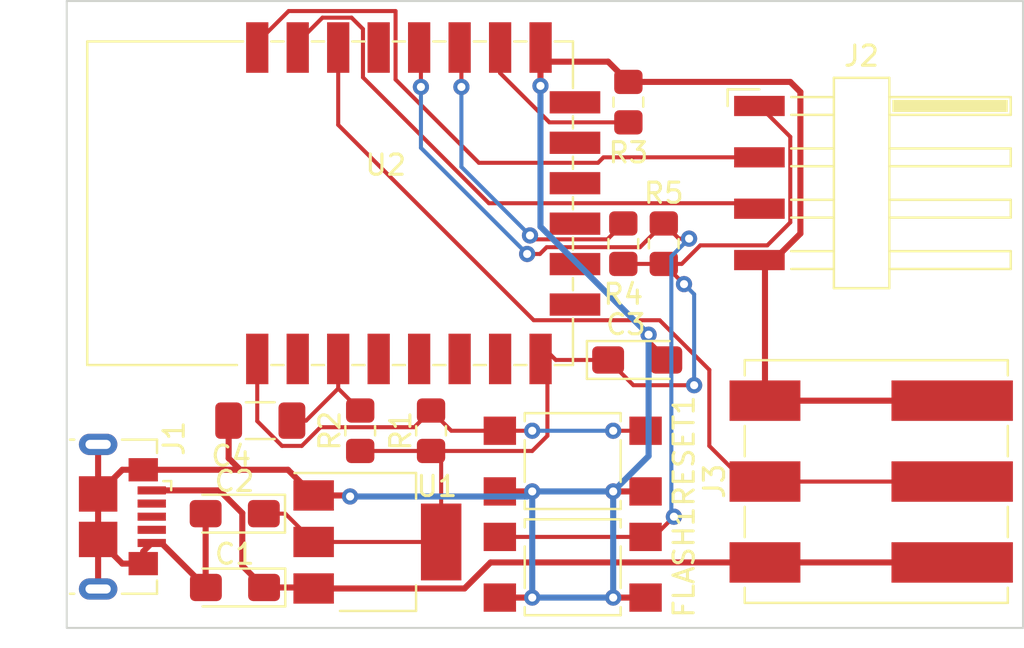
<source format=kicad_pcb>
(kicad_pcb (version 20211014) (generator pcbnew)
  (layers (0 "F.Cu" signal) (31 "B.Cu" signal) (34 "B.Paste" user) (35 "F.Paste" user) (36 "B.SilkS" user "B.Silkscreen") (37 "F.SilkS" user "F.Silkscreen") (38 "B.Mask" user) (39 "F.Mask" user) (44 "Edge.Cuts" user))
  (net 0 "")
  (net 1 "+5V")
  (net 2 "GND")
  (net 3 "+3V3")
  (net 7 "TX")
  (net 8 "RX")
  (net 9 "SIG")
  (net 10 "EN")
  (net 11 "RESET")
  (net 12 "GPIO15")
  (net 13 "GPIO2")
  (net 26 "GPIO0")
  (footprint "Capacitor_Tantalum_SMD:CP_EIA-3216-18_Kemet-A_Pad1.58x1.35mm_HandSolder" (layer "F.Cu") (at 181.8 98.6 180)
    (fp_text reference "C2" (at 0.0125 1.6) (layer "F.SilkS"))
    (fp_text value "10 uf")
    (fp_line (start 1.6 -0.935) (end -2.485 -0.935) (layer "F.SilkS") (width 0.12))
    (fp_line (start -2.485 -0.935) (end -2.485 0.935) (layer "F.SilkS") (width 0.12))
    (fp_line (start -2.485 0.935) (end 1.6 0.935) (layer "F.SilkS") (width 0.12))
    (pad "1" smd roundrect locked (at -1.4375 0 180) (size 1.575 1.35) (layers "F.Cu" "F.Paste" "F.Mask") (roundrect_rratio 0.1851851852) (net 3 "+3V3"))
    (pad "2" smd roundrect locked (at 1.4375 0 180) (size 1.575 1.35) (layers "F.Cu" "F.Paste" "F.Mask") (roundrect_rratio 0.1851851852) (net 2 "GND"))
  )
  (footprint "Button_Switch_SMD:SW_SPST_TL3305A" (layer "F.Cu") (at 198.5 101.25 180)
    (fp_text reference "FLASH1" (at -5.5 0.25 90) (layer "F.SilkS"))
    (fp_text value "SW_Push")
    (fp_line (start -2.37 1.03) (end -2.37 -1.03) (layer "F.SilkS") (width 0.12))
    (fp_line (start 2.37 2.37) (end 2.37 1.97) (layer "F.SilkS") (width 0.12))
    (fp_line (start -2.37 2.37) (end -2.37 1.97) (layer "F.SilkS") (width 0.12))
    (fp_line (start -2.37 -2.37) (end 2.37 -2.37) (layer "F.SilkS") (width 0.12))
    (fp_line (start -2.37 2.37) (end 2.37 2.37) (layer "F.SilkS") (width 0.12))
    (fp_line (start -2.37 -2.37) (end -2.37 -1.97) (layer "F.SilkS") (width 0.12))
    (fp_line (start 2.37 1.03) (end 2.37 -1.03) (layer "F.SilkS") (width 0.12))
    (fp_line (start 2.37 -2.37) (end 2.37 -1.97) (layer "F.SilkS") (width 0.12))
    (pad "1" smd rect locked (at -3.6 -1.5 180) (size 1.6 1.4) (layers "F.Cu" "F.Paste" "F.Mask") (net 2 "GND"))
    (pad "1" smd rect locked (at 3.6 -1.5 180) (size 1.6 1.4) (layers "F.Cu" "F.Paste" "F.Mask") (net 2 "GND"))
    (pad "2" smd rect locked (at -3.6 1.5 180) (size 1.6 1.4) (layers "F.Cu" "F.Paste" "F.Mask") (net 26 "GPIO0"))
    (pad "2" smd rect locked (at 3.6 1.5 180) (size 1.6 1.4) (layers "F.Cu" "F.Paste" "F.Mask") (net 26 "GPIO0"))
  )
  (footprint "Capacitor_Tantalum_SMD:CP_EIA-3216-18_Kemet-A_Pad1.58x1.35mm_HandSolder" (layer "F.Cu") (at 201.6875 91)
    (fp_text reference "C3" (at -0.5625 -1.75) (layer "F.SilkS"))
    (fp_text value "10 uf")
    (fp_line (start -2.485 0.935) (end 1.6 0.935) (layer "F.SilkS") (width 0.12))
    (fp_line (start 1.6 -0.935) (end -2.485 -0.935) (layer "F.SilkS") (width 0.12))
    (fp_line (start -2.485 -0.935) (end -2.485 0.935) (layer "F.SilkS") (width 0.12))
    (pad "1" smd roundrect locked (at -1.4375 0) (size 1.575 1.35) (layers "F.Cu" "F.Paste" "F.Mask") (roundrect_rratio 0.1851851852) (net 3 "+3V3"))
    (pad "2" smd roundrect locked (at 1.4375 0) (size 1.575 1.35) (layers "F.Cu" "F.Paste" "F.Mask") (roundrect_rratio 0.1851851852) (net 2 "GND"))
  )
  (footprint "Resistor_SMD:R_0805_2012Metric_Pad1.20x1.40mm_HandSolder" (layer "F.Cu") (at 191.5 94.5 90)
    (fp_text reference "R1" (at 0 -1.5 90) (layer "F.SilkS"))
    (fp_text value "12K")
    (fp_line (start -0.227064 0.735) (end 0.227064 0.735) (layer "F.SilkS") (width 0.12))
    (fp_line (start -0.227064 -0.735) (end 0.227064 -0.735) (layer "F.SilkS") (width 0.12))
    (pad "1" smd roundrect locked (at -1 0 90) (size 1.2 1.4) (layers "F.Cu" "F.Paste" "F.Mask") (roundrect_rratio 0.2083333333) (net 3 "+3V3"))
    (pad "2" smd roundrect locked (at 1 0 90) (size 1.2 1.4) (layers "F.Cu" "F.Paste" "F.Mask") (roundrect_rratio 0.2083333333) (net 11 "RESET"))
  )
  (footprint "Capacitor_SMD:C_1206_3216Metric_Pad1.33x1.80mm_HandSolder" (layer "F.Cu") (at 183.0625 94)
    (fp_text reference "C4" (at -1.4375 1.75) (layer "F.SilkS"))
    (fp_text value "100nf")
    (fp_line (start -0.711252 -0.91) (end 0.711252 -0.91) (layer "F.SilkS") (width 0.12))
    (fp_line (start -0.711252 0.91) (end 0.711252 0.91) (layer "F.SilkS") (width 0.12))
    (pad "1" smd roundrect locked (at -1.5625 0) (size 1.325 1.8) (layers "F.Cu" "F.Paste" "F.Mask") (roundrect_rratio 0.1886792453) (net 2 "GND"))
    (pad "2" smd roundrect locked (at 1.5625 0) (size 1.325 1.8) (layers "F.Cu" "F.Paste" "F.Mask") (roundrect_rratio 0.1886792453) (net 10 "EN"))
  )
  (footprint "Library:2060-453_998-404 3 POS" (layer "F.Cu") (at 212.25 105.0125 180)
    (fp_text reference "J3" (at 6.75 8.0125 90 unlocked) (layer "F.SilkS"))
    (fp_text value "RGB_Conn")
    (fp_line (start -7.75 14) (end 5.25 14) (layer "F.SilkS") (width 0.12))
    (fp_line (start 5.25 2) (end -7.75 2) (layer "F.SilkS") (width 0.12))
    (fp_line (start 5.25 10.75) (end 5.25 9.25) (layer "F.SilkS") (width 0.12))
    (fp_line (start -7.75 13.25) (end -7.75 14) (layer "F.SilkS") (width 0.12))
    (fp_line (start -7.75 9.25) (end -7.75 10.75) (layer "F.SilkS") (width 0.12))
    (fp_line (start -7.75 5.25) (end -7.75 6.75) (layer "F.SilkS") (width 0.12))
    (fp_line (start 5.25 2.75) (end 5.25 2) (layer "F.SilkS") (width 0.12))
    (fp_line (start -7.75 2) (end -7.75 2.75) (layer "F.SilkS") (width 0.12))
    (fp_line (start 5.25 14) (end 5.25 13.25) (layer "F.SilkS") (width 0.12))
    (fp_line (start 5.25 6.75) (end 5.25 5.25) (layer "F.SilkS") (width 0.12))
    (pad "1" smd rect (at -5 4 180) (size 6 2) (layers "F.Cu" "F.Paste" "F.Mask") (net 1 "+5V"))
    (pad "1" smd rect (at 4.25 4 180) (size 3.5 2) (layers "F.Cu" "F.Paste" "F.Mask") (net 1 "+5V"))
    (pad "2" smd rect (at -5 8 180) (size 6 2) (layers "F.Cu" "F.Paste" "F.Mask") (net 9 "SIG"))
    (pad "2" smd rect (at 4.25 8 180) (size 3.5 2) (layers "F.Cu" "F.Paste" "F.Mask") (net 9 "SIG"))
    (pad "3" smd rect (at 4.25 12 180) (size 3.5 2) (layers "F.Cu" "F.Paste" "F.Mask") (net 2 "GND"))
    (pad "3" smd rect (at -5 12 180) (size 6 2) (layers "F.Cu" "F.Paste" "F.Mask") (net 2 "GND"))
  )
  (footprint "Capacitor_Tantalum_SMD:CP_EIA-3216-18_Kemet-A_Pad1.58x1.35mm_HandSolder" (layer "F.Cu") (at 181.8125 102.25 180)
    (fp_text reference "C1" (at 0.0125 1.65) (layer "F.SilkS"))
    (fp_text value "10 uf 25 v")
    (fp_line (start 1.6 -0.935) (end -2.485 -0.935) (layer "F.SilkS") (width 0.12))
    (fp_line (start -2.485 -0.935) (end -2.485 0.935) (layer "F.SilkS") (width 0.12))
    (fp_line (start -2.485 0.935) (end 1.6 0.935) (layer "F.SilkS") (width 0.12))
    (pad "1" smd roundrect locked (at -1.4375 0 180) (size 1.575 1.35) (layers "F.Cu" "F.Paste" "F.Mask") (roundrect_rratio 0.1851851852) (net 1 "+5V"))
    (pad "2" smd roundrect locked (at 1.4375 0 180) (size 1.575 1.35) (layers "F.Cu" "F.Paste" "F.Mask") (roundrect_rratio 0.1851851852) (net 2 "GND"))
  )
  (footprint "Connector_Harwin:Harwin_M20-89004xx_1x04_P2.54mm_Horizontal" (layer "F.Cu") (at 213.25 82.25)
    (fp_text reference "J2" (at -0.48 -6.28) (layer "F.SilkS"))
    (fp_text value "Serial_Conn")
    (fp_line (start -3.955 -1.71) (end -1.845 -1.71) (layer "F.SilkS") (width 0.12))
    (fp_line (start 6.895 3.37) (end 6.895 4.25) (layer "F.SilkS") (width 0.12))
    (fp_line (start 0.895 -5.2) (end 0.895 5.2) (layer "F.SilkS") (width 0.12))
    (fp_line (start -1.845 5.2) (end -1.845 -5.2) (layer "F.SilkS") (width 0.12))
    (fp_line (start 0.895 -1.71) (end 6.895 -1.71) (layer "F.SilkS") (width 0.12))
    (fp_line (start 6.895 4.25) (end 0.895 4.25) (layer "F.SilkS") (width 0.12))
    (fp_line (start -3.955 3.37) (end -1.845 3.37) (layer "F.SilkS") (width 0.12))
    (fp_line (start -3.955 4.25) (end -1.845 4.25) (layer "F.SilkS") (width 0.12))
    (fp_line (start 6.895 1.71) (end 0.895 1.71) (layer "F.SilkS") (width 0.12))
    (fp_line (start -7.095 -3.81) (end -7.095 -4.63) (layer "F.SilkS") (width 0.12))
    (fp_line (start -1.845 -5.2) (end 0.895 -5.2) (layer "F.SilkS") (width 0.12))
    (fp_line (start 0.895 5.2) (end -1.845 5.2) (layer "F.SilkS") (width 0.12))
    (fp_line (start -7.095 -4.63) (end -5.525 -4.63) (layer "F.SilkS") (width 0.12))
    (fp_line (start -3.955 -4.25) (end -1.845 -4.25) (layer "F.SilkS") (width 0.12))
    (fp_line (start 0.895 0.83) (end 6.895 0.83) (layer "F.SilkS") (width 0.12))
    (fp_line (start -3.955 -3.37) (end -1.845 -3.37) (layer "F.SilkS") (width 0.12))
    (fp_line (start 0.895 -4.25) (end 6.895 -4.25) (layer "F.SilkS") (width 0.12))
    (fp_line (start 6.895 -4.25) (end 6.895 -3.37) (layer "F.SilkS") (width 0.12))
    (fp_line (start 6.895 -3.37) (end 0.895 -3.37) (layer "F.SilkS") (width 0.12))
    (fp_line (start 6.895 0.83) (end 6.895 1.71) (layer "F.SilkS") (width 0.12))
    (fp_line (start -3.955 -0.83) (end -1.845 -0.83) (layer "F.SilkS") (width 0.12))
    (fp_line (start -3.955 0.83) (end -1.845 0.83) (layer "F.SilkS") (width 0.12))
    (fp_line (start -3.955 1.71) (end -1.845 1.71) (layer "F.SilkS") (width 0.12))
    (fp_line (start 6.895 -0.83) (end 0.895 -0.83) (layer "F.SilkS") (width 0.12))
    (fp_line (start 6.895 -1.71) (end 6.895 -0.83) (layer "F.SilkS") (width 0.12))
    (fp_line (start 0.895 3.37) (end 6.895 3.37) (layer "F.SilkS") (width 0.12))
    (pad "" smd rect (at 3.895 -3.81) (size 5.7 0.6) (layers "F.SilkS"))
    (pad "1" smd rect (at -5.525 -3.81) (size 2.5 1) (layers "F.Cu" "F.Paste" "F.Mask") (net 3 "+3V3"))
    (pad "2" smd rect (at -5.525 -1.27) (size 2.5 1) (layers "F.Cu" "F.Paste" "F.Mask") (net 7 "TX"))
    (pad "3" smd rect (at -5.525 1.27) (size 2.5 1) (layers "F.Cu" "F.Paste" "F.Mask") (net 8 "RX"))
    (pad "4" smd rect (at -5.525 3.81) (size 2.5 1) (layers "F.Cu" "F.Paste" "F.Mask") (net 2 "GND"))
  )
  (footprint "Button_Switch_SMD:SW_SPST_TL3305A" (layer "F.Cu") (at 198.5 96 180)
    (fp_text reference "RESET1" (at -5.5 0.5 90) (layer "F.SilkS"))
    (fp_text value "SW_Push")
    (fp_line (start -2.37 1.03) (end -2.37 -1.03) (layer "F.SilkS") (width 0.12))
    (fp_line (start -2.37 -2.37) (end -2.37 -1.97) (layer "F.SilkS") (width 0.12))
    (fp_line (start -2.37 2.37) (end -2.37 1.97) (layer "F.SilkS") (width 0.12))
    (fp_line (start 2.37 1.03) (end 2.37 -1.03) (layer "F.SilkS") (width 0.12))
    (fp_line (start 2.37 2.37) (end 2.37 1.97) (layer "F.SilkS") (width 0.12))
    (fp_line (start 2.37 -2.37) (end 2.37 -1.97) (layer "F.SilkS") (width 0.12))
    (fp_line (start -2.37 2.37) (end 2.37 2.37) (layer "F.SilkS") (width 0.12))
    (fp_line (start -2.37 -2.37) (end 2.37 -2.37) (layer "F.SilkS") (width 0.12))
    (pad "1" smd rect locked (at 3.6 -1.5 180) (size 1.6 1.4) (layers "F.Cu" "F.Paste" "F.Mask") (net 2 "GND"))
    (pad "1" smd rect locked (at -3.6 -1.5 180) (size 1.6 1.4) (layers "F.Cu" "F.Paste" "F.Mask") (net 2 "GND"))
    (pad "2" smd rect locked (at -3.6 1.5 180) (size 1.6 1.4) (layers "F.Cu" "F.Paste" "F.Mask") (net 11 "RESET"))
    (pad "2" smd rect locked (at 3.6 1.5 180) (size 1.6 1.4) (layers "F.Cu" "F.Paste" "F.Mask") (net 11 "RESET"))
  )
  (footprint "Resistor_SMD:R_0805_2012Metric_Pad1.20x1.40mm_HandSolder" (layer "F.Cu") (at 203 85.25 -90)
    (fp_text reference "R5" (at -2.5 0 180) (layer "F.SilkS"))
    (fp_text value "12K")
    (fp_line (start -0.227064 0.735) (end 0.227064 0.735) (layer "F.SilkS") (width 0.12))
    (fp_line (start -0.227064 -0.735) (end 0.227064 -0.735) (layer "F.SilkS") (width 0.12))
    (pad "1" smd roundrect locked (at -1 0 270) (size 1.2 1.4) (layers "F.Cu" "F.Paste" "F.Mask") (roundrect_rratio 0.2083333333) (net 26 "GPIO0"))
    (pad "2" smd roundrect locked (at 1 0 270) (size 1.2 1.4) (layers "F.Cu" "F.Paste" "F.Mask") (roundrect_rratio 0.2083333333) (net 3 "+3V3"))
  )
  (footprint "Resistor_SMD:R_0805_2012Metric_Pad1.20x1.40mm_HandSolder" (layer "F.Cu") (at 201 85.25 -90)
    (fp_text reference "R4" (at 2.5 0 180) (layer "F.SilkS"))
    (fp_text value "12K")
    (fp_line (start -0.227064 0.735) (end 0.227064 0.735) (layer "F.SilkS") (width 0.12))
    (fp_line (start -0.227064 -0.735) (end 0.227064 -0.735) (layer "F.SilkS") (width 0.12))
    (pad "1" smd roundrect locked (at -1 0 270) (size 1.2 1.4) (layers "F.Cu" "F.Paste" "F.Mask") (roundrect_rratio 0.2083333333) (net 13 "GPIO2"))
    (pad "2" smd roundrect locked (at 1 0 270) (size 1.2 1.4) (layers "F.Cu" "F.Paste" "F.Mask") (roundrect_rratio 0.2083333333) (net 3 "+3V3"))
  )
  (footprint "Resistor_SMD:R_0805_2012Metric_Pad1.20x1.40mm_HandSolder" (layer "F.Cu") (at 201.25 78.25 90)
    (fp_text reference "R3" (at -2.5 0 180) (layer "F.SilkS"))
    (fp_text value "10K")
    (fp_line (start -0.227064 -0.735) (end 0.227064 -0.735) (layer "F.SilkS") (width 0.12))
    (fp_line (start -0.227064 0.735) (end 0.227064 0.735) (layer "F.SilkS") (width 0.12))
    (pad "1" smd roundrect locked (at -1 0 90) (size 1.2 1.4) (layers "F.Cu" "F.Paste" "F.Mask") (roundrect_rratio 0.2083333333) (net 12 "GPIO15"))
    (pad "2" smd roundrect locked (at 1 0 90) (size 1.2 1.4) (layers "F.Cu" "F.Paste" "F.Mask") (roundrect_rratio 0.2083333333) (net 2 "GND"))
  )
  (footprint "ESP8266:ESP-12E_SMD" (layer "F.Cu") (at 182.9125 90.25 90)
    (fp_text reference "U2" (at 8.89 6.35) (layer "F.SilkS"))
    (fp_text value "ESP-12F" hide)
    (fp_line (start 15 1.3) (end 15 0.7) (layer "F.SilkS") (width 0.12))
    (fp_line (start 15 15.6) (end 15 14.7) (layer "F.SilkS") (width 0.12))
    (fp_line (start 8.7 15.6) (end 9.3 15.6) (layer "F.SilkS") (width 0.12))
    (fp_line (start 15 -8.4) (end -1 -8.4) (layer "F.SilkS") (width 0.12))
    (fp_line (start 15 5.3) (end 15 4.7) (layer "F.SilkS") (width 0.12))
    (fp_line (start -1 4.7) (end -1 5.3) (layer "F.SilkS") (width 0.12))
    (fp_line (start 2.7 15.6) (end 3.3 15.6) (layer "F.SilkS") (width 0.12))
    (fp_line (start 15 -0.7) (end 15 -8.4) (layer "F.SilkS") (width 0.12))
    (fp_line (start -1 10.7) (end -1 11.3) (layer "F.SilkS") (width 0.12))
    (fp_line (start -1 0.7) (end -1 1.3) (layer "F.SilkS") (width 0.12))
    (fp_line (start 15 13.3) (end 15 12.7) (layer "F.SilkS") (width 0.12))
    (fp_line (start -1 12.7) (end -1 13.3) (layer "F.SilkS") (width 0.12))
    (fp_line (start 15 3.3) (end 15 2.7) (layer "F.SilkS") (width 0.12))
    (fp_line (start 12.7 15.6) (end 15 15.6) (layer "F.SilkS") (width 0.12))
    (fp_line (start -1 15.6) (end -1 14.7) (layer "F.SilkS") (width 0.12))
    (fp_line (start 15 11.3) (end 15 10.7) (layer "F.SilkS") (width 0.12))
    (fp_line (start 15 9.3) (end 15 8.7) (layer "F.SilkS") (width 0.12))
    (fp_line (start -1 8.7) (end -1 9.3) (layer "F.SilkS") (width 0.12))
    (fp_line (start 10.7 15.6) (end 11.3 15.6) (layer "F.SilkS") (width 0.12))
    (fp_line (start -1 -8.4) (end -1 -1) (layer "F.SilkS") (width 0.12))
    (fp_line (start 15 7.3) (end 15 6.7) (layer "F.SilkS") (width 0.12))
    (fp_line (start 6.7 15.6) (end 7.3 15.6) (layer "F.SilkS") (width 0.12))
    (fp_line (start 4.7 15.6) (end 5.3 15.6) (layer "F.SilkS") (width 0.12))
    (fp_line (start -1 2.7) (end -1 3.3) (layer "F.SilkS") (width 0.12))
    (fp_line (start 1.3 15.6) (end -1 15.6) (layer "F.SilkS") (width 0.12))
    (fp_line (start -1 6.7) (end -1 7.3) (layer "F.SilkS") (width 0.12))
    (pad "1" smd rect (at 0 0 90) (size 2.5 1.1) (drill (offset -0.7 0)) (layers "F.Cu" "F.Paste" "F.Mask") (net 11 "RESET"))
    (pad "2" smd rect (at 0 2 90) (size 2.5 1.1) (drill (offset -0.7 0)) (layers "F.Cu" "F.Paste" "F.Mask"))
    (pad "3" smd rect (at 0 4 90) (size 2.5 1.1) (drill (offset -0.7 0)) (layers "F.Cu" "F.Paste" "F.Mask") (net 10 "EN"))
    (pad "4" smd rect (at 0 6 90) (size 2.5 1.1) (drill (offset -0.7 0)) (layers "F.Cu" "F.Paste" "F.Mask"))
    (pad "5" smd rect (at 0 8 90) (size 2.5 1.1) (drill (offset -0.7 0)) (layers "F.Cu" "F.Paste" "F.Mask"))
    (pad "6" smd rect (at 0 10 90) (size 2.5 1.1) (drill (offset -0.7 0)) (layers "F.Cu" "F.Paste" "F.Mask"))
    (pad "7" smd rect (at 0 12 90) (size 2.5 1.1) (drill (offset -0.7 0)) (layers "F.Cu" "F.Paste" "F.Mask"))
    (pad "8" smd rect (at 0 14 90) (size 2.5 1.1) (drill (offset -0.7 0)) (layers "F.Cu" "F.Paste" "F.Mask") (net 3 "+3V3"))
    (pad "9" smd rect (at 14 14 90) (size 2.5 1.1) (drill (offset 0.7 0)) (layers "F.Cu" "F.Paste" "F.Mask") (net 2 "GND"))
    (pad "10" smd rect (at 14 12 90) (size 2.5 1.1) (drill (offset 0.7 0)) (layers "F.Cu" "F.Paste" "F.Mask") (net 12 "GPIO15"))
    (pad "11" smd rect (at 14 10 90) (size 2.5 1.1) (drill (offset 0.7 0)) (layers "F.Cu" "F.Paste" "F.Mask") (net 13 "GPIO2"))
    (pad "12" smd rect (at 14 8 90) (size 2.5 1.1) (drill (offset 0.7 0)) (layers "F.Cu" "F.Paste" "F.Mask") (net 26 "GPIO0"))
    (pad "13" smd rect (at 14 6 90) (size 2.5 1.1) (drill (offset 0.7 0)) (layers "F.Cu" "F.Paste" "F.Mask"))
    (pad "14" smd rect (at 14 4 90) (size 2.5 1.1) (drill (offset 0.7 0)) (layers "F.Cu" "F.Paste" "F.Mask") (net 9 "SIG"))
    (pad "15" smd rect (at 14 2 90) (size 2.5 1.1) (drill (offset 0.7 0)) (layers "F.Cu" "F.Paste" "F.Mask") (net 8 "RX"))
    (pad "16" smd rect (at 14 0 90) (size 2.5 1.1) (drill (offset 0.7 0)) (layers "F.Cu" "F.Paste" "F.Mask") (net 7 "TX"))
    (pad "17" smd rect (at 1.99 15 180) (size 2.5 1.1) (drill (offset -0.7 0)) (layers "F.Cu" "F.Paste" "F.Mask"))
    (pad "18" smd rect (at 3.99 15 180) (size 2.5 1.1) (drill (offset -0.7 0)) (layers "F.Cu" "F.Paste" "F.Mask"))
    (pad "19" smd rect (at 5.99 15 180) (size 2.5 1.1) (drill (offset -0.7 0)) (layers "F.Cu" "F.Paste" "F.Mask"))
    (pad "20" smd rect (at 7.99 15 180) (size 2.5 1.1) (drill (offset -0.7 0)) (layers "F.Cu" "F.Paste" "F.Mask"))
    (pad "21" smd rect (at 9.99 15 180) (size 2.5 1.1) (drill (offset -0.7 0)) (layers "F.Cu" "F.Paste" "F.Mask"))
    (pad "22" smd rect (at 11.99 15 180) (size 2.5 1.1) (drill (offset -0.7 0)) (layers "F.Cu" "F.Paste" "F.Mask"))
  )
  (footprint "Connector_USB:USB_Micro-B_GCT_USB3076-30-A" (layer "F.Cu") (at 176.25 98.75 -90)
    (fp_text reference "J1" (at -3.875 -2.55 90) (layer "F.SilkS"))
    (fp_text value "USB_Power")
    (fp_line (start 3.81 0.02) (end 3.81 -1.71) (layer "F.SilkS") (width 0.12))
    (fp_line (start -1.76 -2.41) (end -1.76 -2.02) (layer "F.SilkS") (width 0.12))
    (fp_line (start 3.81 2.59) (end 3.81 2.38) (layer "F.SilkS") (width 0.12))
    (fp_line (start 3.81 -1.71) (end 3.16 -1.71) (layer "F.SilkS") (width 0.12))
    (fp_line (start -3.81 0.02) (end -3.81 -1.71) (layer "F.SilkS") (width 0.12))
    (fp_line (start -1.76 -2.41) (end -1.31 -2.41) (layer "F.SilkS") (width 0.12))
    (fp_line (start -3.81 2.59) (end -3.81 2.38) (layer "F.SilkS") (width 0.12))
    (fp_line (start -3.81 -1.71) (end -3.15 -1.71) (layer "F.SilkS") (width 0.12))
    (pad "1" smd rect locked (at -1.3 -1.45 270) (size 0.4 1.4) (layers "F.Cu" "F.Paste" "F.Mask") (net 1 "+5V"))
    (pad "2" smd rect locked (at -0.65 -1.45 270) (size 0.4 1.4) (layers "F.Cu" "F.Paste" "F.Mask"))
    (pad "3" smd rect locked (at 0 -1.45 270) (size 0.4 1.4) (layers "F.Cu" "F.Paste" "F.Mask"))
    (pad "4" smd rect locked (at 0.65 -1.45 270) (size 0.4 1.4) (layers "F.Cu" "F.Paste" "F.Mask"))
    (pad "5" smd rect locked (at 1.3 -1.45 270) (size 0.4 1.4) (layers "F.Cu" "F.Paste" "F.Mask") (net 2 "GND"))
    (pad "6" smd rect locked (at -1.125 1.2 270) (size 1.75 1.9) (layers "F.Cu" "F.Paste" "F.Mask") (net 2 "GND"))
    (pad "6" smd rect locked (at 2.32 -1.03 270) (size 1.15 1.45) (layers "F.Cu" "F.Paste" "F.Mask") (net 2 "GND"))
    (pad "6" thru_hole oval locked (at -3.575 1.2 90) (size 1.05 1.9) (drill oval 0.45 1.25) (layers *.Cu *.Mask) (net 2 "GND"))
    (pad "6" smd rect locked (at -2.32 -1.03 270) (size 1.15 1.45) (layers "F.Cu" "F.Paste" "F.Mask") (net 2 "GND"))
    (pad "6" smd rect locked (at 1.125 1.2 270) (size 1.75 1.9) (layers "F.Cu" "F.Paste" "F.Mask") (net 2 "GND"))
    (pad "6" thru_hole oval locked (at 3.575 1.2 270) (size 1.05 1.9) (drill oval 0.45 1.25) (layers *.Cu *.Mask) (net 2 "GND"))
  )
  (footprint "Resistor_SMD:R_0805_2012Metric_Pad1.20x1.40mm_HandSolder" (layer "F.Cu") (at 188 94.5 90)
    (fp_text reference "R2" (at 0 -1.5 90) (layer "F.SilkS"))
    (fp_text value "12K")
    (fp_line (start -0.227064 0.735) (end 0.227064 0.735) (layer "F.SilkS") (width 0.12))
    (fp_line (start -0.227064 -0.735) (end 0.227064 -0.735) (layer "F.SilkS") (width 0.12))
    (pad "1" smd roundrect locked (at -1 0 90) (size 1.2 1.4) (layers "F.Cu" "F.Paste" "F.Mask") (roundrect_rratio 0.2083333333) (net 3 "+3V3"))
    (pad "2" smd roundrect locked (at 1 0 90) (size 1.2 1.4) (layers "F.Cu" "F.Paste" "F.Mask") (roundrect_rratio 0.2083333333) (net 10 "EN"))
  )
  (footprint "Package_TO_SOT_SMD:SOT-223-3_TabPin2" (layer "F.Cu") (at 188.85 100)
    (fp_text reference "U1" (at 2.9375 -2.75) (layer "F.SilkS"))
    (fp_text value "NCP1117-3.3_SOT223")
    (fp_line (start 1.91 3.41) (end 1.91 2.15) (layer "F.SilkS") (width 0.12))
    (fp_line (start -4.1 -3.41) (end 1.91 -3.41) (layer "F.SilkS") (width 0.12))
    (fp_line (start -1.85 3.41) (end 1.91 3.41) (layer "F.SilkS") (width 0.12))
    (fp_line (start 1.91 -3.41) (end 1.91 -2.15) (layer "F.SilkS") (width 0.12))
    (pad "1" smd rect locked (at -3.15 -2.3) (size 2 1.5) (layers "F.Cu" "F.Paste" "F.Mask") (net 2 "GND"))
    (pad "2" smd rect locked (at -3.15 0) (size 2 1.5) (layers "F.Cu" "F.Paste" "F.Mask") (net 3 "+3V3"))
    (pad "2" smd rect locked (at 3.15 0) (size 2 3.8) (layers "F.Cu" "F.Paste" "F.Mask") (net 3 "+3V3"))
    (pad "3" smd rect locked (at -3.15 2.3) (size 2 1.5) (layers "F.Cu" "F.Paste" "F.Mask") (net 1 "+5V"))
  )
  (gr_rect (start 220.75 104.25) (end 173.5 73.25) (layer "Edge.Cuts") (width 0.1) (fill none))
  (segment (start 194.440522 101.0125) (end 208 101.0125) (width 0.3) (layer "F.Cu") (net 1))
  (segment (start 182.17348 98.57348) (end 182.17348 101.17348) (width 0.3) (layer "F.Cu") (net 1))
  (segment (start 185.7 102.3) (end 193.153022 102.3) (width 0.3) (layer "F.Cu") (net 1))
  (segment (start 181.05 97.45) (end 182.17348 98.57348) (width 0.3) (layer "F.Cu") (net 1))
  (segment (start 183.25 102.25) (end 185.65 102.25) (width 0.3) (layer "F.Cu") (net 1))
  (segment (start 193.153022 102.3) (end 194.440522 101.0125) (width 0.3) (layer "F.Cu") (net 1))
  (segment (start 177.7 97.45) (end 181.05 97.45) (width 0.3) (layer "F.Cu") (net 1))
  (segment (start 208 101.0125) (end 217.25 101.0125) (width 0.3) (layer "F.Cu") (net 1))
  (segment (start 182.17348 101.17348) (end 183.25 102.25) (width 0.3) (layer "F.Cu") (net 1))
  (segment (start 185.65 102.25) (end 185.7 102.3) (width 0.3) (layer "F.Cu") (net 1))
  (segment (start 177.28 100.47) (end 177.7 100.05) (width 0.3) (layer "F.Cu") (net 2))
  (segment (start 175.05 97.625) (end 175.05 99.875) (width 0.3) (layer "F.Cu") (net 2))
  (segment (start 177.28 96.43) (end 176.245 96.43) (width 0.3) (layer "F.Cu") (net 2))
  (segment (start 177.28 101.07) (end 177.28 100.47) (width 0.3) (layer "F.Cu") (net 2))
  (segment (start 209.75 84.75) (end 209.75 77.75) (width 0.3) (layer "F.Cu") (net 2))
  (segment (start 200.5 97.5) (end 202.1 97.5) (width 0.3) (layer "F.Cu") (net 2))
  (segment (start 200.25 76.25) (end 201.25 77.25) (width 0.3) (layer "F.Cu") (net 2))
  (segment (start 196.5 102.75) (end 194.9 102.75) (width 0.3) (layer "F.Cu") (net 2))
  (segment (start 177.28 96.43) (end 182.07 96.43) (width 0.3) (layer "F.Cu") (net 2))
  (segment (start 208 86.335) (end 207.725 86.06) (width 0.3) (layer "F.Cu") (net 2))
  (segment (start 181.5 95.86) (end 182.07 96.43) (width 0.3) (layer "F.Cu") (net 2))
  (segment (start 175.05 97.625) (end 175.05 95.175) (width 0.3) (layer "F.Cu") (net 2))
  (segment (start 196.9125 76.25) (end 200.25 76.25) (width 0.3) (layer "F.Cu") (net 2))
  (segment (start 196.906923 76.255577) (end 196.9125 76.25) (width 0.3) (layer "F.Cu") (net 2))
  (segment (start 180.3625 98.6) (end 180.3625 102.2375) (width 0.3) (layer "F.Cu") (net 2))
  (segment (start 208.44 86.06) (end 209.75 84.75) (width 0.3) (layer "F.Cu") (net 2))
  (segment (start 208 93.0125) (end 208 86.335) (width 0.3) (layer "F.Cu") (net 2))
  (segment (start 181.5 94) (end 181.5 95.86) (width 0.3) (layer "F.Cu") (net 2))
  (segment (start 209.25 77.25) (end 201.25 77.25) (width 0.3) (layer "F.Cu") (net 2))
  (segment (start 187.45 97.7) (end 187.5 97.75) (width 0.3) (layer "F.Cu") (net 2))
  (segment (start 196.906923 77.44608) (end 196.906923 76.255577) (width 0.3) (layer "F.Cu") (net 2))
  (segment (start 184.43 96.43) (end 185.7 97.7) (width 0.3) (layer "F.Cu") (net 2))
  (segment (start 176.245 101.07) (end 175.05 99.875) (width 0.3) (layer "F.Cu") (net 2))
  (segment (start 177.7 100.05) (end 178.175 100.05) (width 0.3) (layer "F.Cu") (net 2))
  (segment (start 207.725 86.06) (end 208.44 86.06) (width 0.3) (layer "F.Cu") (net 2))
  (segment (start 202.25 89.75) (end 202.25 90.125) (width 0.3) (layer "F.Cu") (net 2))
  (segment (start 180.3625 102.2375) (end 180.375 102.25) (width 0.3) (layer "F.Cu") (net 2))
  (segment (start 209.75 77.75) (end 209.25 77.25) (width 0.3) (layer "F.Cu") (net 2))
  (segment (start 208 93.0125) (end 217.25 93.0125) (width 0.3) (layer "F.Cu") (net 2))
  (segment (start 202.1 102.75) (end 200.5 102.75) (width 0.3) (layer "F.Cu") (net 2))
  (segment (start 185.7 97.7) (end 187.45 97.7) (width 0.3) (layer "F.Cu") (net 2))
  (segment (start 178.175 100.05) (end 180.375 102.25) (width 0.3) (layer "F.Cu") (net 2))
  (segment (start 202.25 90.125) (end 203.125 91) (width 0.3) (layer "F.Cu") (net 2))
  (segment (start 177.28 101.07) (end 176.245 101.07) (width 0.3) (layer "F.Cu") (net 2))
  (segment (start 194.9 97.5) (end 196.5 97.5) (width 0.3) (layer "F.Cu") (net 2))
  (segment (start 175.05 99.875) (end 175.05 102.325) (width 0.3) (layer "F.Cu") (net 2))
  (segment (start 176.245 96.43) (end 175.05 97.625) (width 0.3) (layer "F.Cu") (net 2))
  (segment (start 182.07 96.43) (end 184.43 96.43) (width 0.3) (layer "F.Cu") (net 2))
  (via (at 202.25 89.75) (size 0.8) (drill 0.4) (layers "F.Cu" "B.Cu") (net 2))
  (via (at 196.5 102.75) (size 0.8) (drill 0.4) (layers "F.Cu" "B.Cu") (net 2))
  (via (at 196.906923 77.44608) (size 0.8) (drill 0.4) (layers "F.Cu" "B.Cu") (net 2))
  (via (at 187.5 97.75) (size 0.8) (drill 0.4) (layers "F.Cu" "B.Cu") (net 2))
  (via (at 200.5 102.75) (size 0.8) (drill 0.4) (layers "F.Cu" "B.Cu") (net 2))
  (via (at 200.5 97.5) (size 0.8) (drill 0.4) (layers "F.Cu" "B.Cu") (net 2))
  (via (at 196.5 97.5) (size 0.8) (drill 0.4) (layers "F.Cu" "B.Cu") (net 2))
  (segment (start 200.5 102.75) (end 200.5 97.5) (width 0.3) (layer "B.Cu") (net 2))
  (segment (start 202.25 89.75) (end 196.906923 84.406923) (width 0.3) (layer "B.Cu") (net 2))
  (segment (start 196.906923 84.406923) (end 196.906923 77.44608) (width 0.3) (layer "B.Cu") (net 2))
  (segment (start 202.25 89.75) (end 202.25 95.75) (width 0.3) (layer "B.Cu") (net 2))
  (segment (start 200.5 102.75) (end 196.5 102.75) (width 0.3) (layer "B.Cu") (net 2))
  (segment (start 202.25 95.75) (end 200.5 97.5) (width 0.3) (layer "B.Cu") (net 2))
  (segment (start 196.25 97.75) (end 196.5 97.5) (width 0.3) (layer "B.Cu") (net 2))
  (segment (start 187.5 97.75) (end 196.25 97.75) (width 0.3) (layer "B.Cu") (net 2))
  (segment (start 196.5 97.5) (end 196.5 102.75) (width 0.3) (layer "B.Cu") (net 2))
  (segment (start 200.5 97.5) (end 196.5 97.5) (width 0.3) (layer "B.Cu") (net 2))
  (segment (start 200.25 91) (end 201.5 92.25) (width 0.2) (layer "F.Cu") (net 3))
  (segment (start 203 86.25) (end 201 86.25) (width 0.2) (layer "F.Cu") (net 3))
  (segment (start 192 96) (end 191.5 95.5) (width 0.2) (layer "F.Cu") (net 3))
  (segment (start 184.3 98.6) (end 185.7 100) (width 0.2) (layer "F.Cu") (net 3))
  (segment (start 201.5 92.25) (end 204.5 92.25) (width 0.2) (layer "F.Cu") (net 3))
  (segment (start 192 100) (end 192 96) (width 0.2) (layer "F.Cu") (net 3))
  (segment (start 197.25 94.75) (end 197.25 90.5875) (width 0.2) (layer "F.Cu") (net 3))
  (segment (start 197.6625 91) (end 196.9125 90.25) (width 0.2) (layer "F.Cu") (net 3))
  (segment (start 207.725 78.44) (end 209.25 79.965) (width 0.2) (layer "F.Cu") (net 3))
  (segment (start 209.25 84.198022) (end 208.114533 85.333489) (width 0.2) (layer "F.Cu") (net 3))
  (segment (start 197.25 90.5875) (end 196.9125 90.25) (width 0.2) (layer "F.Cu") (net 3))
  (segment (start 200.25 91) (end 197.6625 91) (width 0.2) (layer "F.Cu") (net 3))
  (segment (start 203.886021 86.25) (end 203 86.25) (width 0.2) (layer "F.Cu") (net 3))
  (segment (start 209.25 79.965) (end 209.25 84.198022) (width 0.2) (layer "F.Cu") (net 3))
  (segment (start 185.7 100) (end 192 100) (width 0.2) (layer "F.Cu") (net 3))
  (segment (start 191.5 95.5) (end 196.5 95.5) (width 0.2) (layer "F.Cu") (net 3))
  (segment (start 196.5 95.5) (end 197.25 94.75) (width 0.2) (layer "F.Cu") (net 3))
  (segment (start 204.802532 85.333489) (end 203.886021 86.25) (width 0.2) (layer "F.Cu") (net 3))
  (segment (start 204 87.25) (end 203 86.25) (width 0.2) (layer "F.Cu") (net 3))
  (segment (start 183.2375 98.6) (end 184.3 98.6) (width 0.2) (layer "F.Cu") (net 3))
  (segment (start 191.5 95.5) (end 188 95.5) (width 0.2) (layer "F.Cu") (net 3))
  (segment (start 208.114533 85.333489) (end 204.802532 85.333489) (width 0.2) (layer "F.Cu") (net 3))
  (via (at 204 87.25) (size 0.8) (drill 0.4) (layers "F.Cu" "B.Cu") (net 3))
  (via (at 204.5 92.25) (size 0.8) (drill 0.4) (layers "F.Cu" "B.Cu") (net 3))
  (segment (start 204.5 87.75) (end 204 87.25) (width 0.2) (layer "B.Cu") (net 3))
  (segment (start 204.5 92.25) (end 204.5 87.75) (width 0.2) (layer "B.Cu") (net 3))
  (segment (start 189.746969 73.746969) (end 189.746969 77.13299) (width 0.2) (layer "F.Cu") (net 7))
  (segment (start 193.863979 81.25) (end 199.75 81.25) (width 0.2) (layer "F.Cu") (net 7))
  (segment (start 189.746969 77.13299) (end 193.863979 81.25) (width 0.2) (layer "F.Cu") (net 7))
  (segment (start 182.9125 75.296978) (end 184.462509 73.746969) (width 0.2) (layer "F.Cu") (net 7))
  (segment (start 184.462509 73.746969) (end 189.746969 73.746969) (width 0.2) (layer "F.Cu") (net 7))
  (segment (start 199.75 81.25) (end 200.02 80.98) (width 0.2) (layer "F.Cu") (net 7))
  (segment (start 182.9125 76.25) (end 182.9125 75.296978) (width 0.2) (layer "F.Cu") (net 7))
  (segment (start 200.02 80.98) (end 207.725 80.98) (width 0.2) (layer "F.Cu") (net 7))
  (segment (start 188.135989 74.635989) (end 188.135989 77.026511) (width 0.2) (layer "F.Cu") (net 8))
  (segment (start 186.135989 74.073489) (end 187.573489 74.073489) (width 0.2) (layer "F.Cu") (net 8))
  (segment (start 184.9125 76.25) (end 184.9125 75.296978) (width 0.2) (layer "F.Cu") (net 8))
  (segment (start 187.573489 74.073489) (end 188.135989 74.635989) (width 0.2) (layer "F.Cu") (net 8))
  (segment (start 194.359478 83.25) (end 207.455 83.25) (width 0.2) (layer "F.Cu") (net 8))
  (segment (start 184.9125 75.296978) (end 186.135989 74.073489) (width 0.2) (layer "F.Cu") (net 8))
  (segment (start 207.455 83.25) (end 207.725 83.52) (width 0.2) (layer "F.Cu") (net 8))
  (segment (start 188.135989 77.026511) (end 194.359478 83.25) (width 0.2) (layer "F.Cu") (net 8))
  (segment (start 186.9125 79.374269) (end 196.574742 89.036511) (width 0.2) (layer "F.Cu") (net 9))
  (segment (start 205.25 95.25) (end 207.0125 97.0125) (width 0.2) (layer "F.Cu") (net 9))
  (segment (start 205.25 91.488599) (end 205.25 95.25) (width 0.2) (layer "F.Cu") (net 9))
  (segment (start 208 97.0125) (end 217.25 97.0125) (width 0.2) (layer "F.Cu") (net 9))
  (segment (start 202.797912 89.036511) (end 205.25 91.488599) (width 0.2) (layer "F.Cu") (net 9))
  (segment (start 207.0125 97.0125) (end 208 97.0125) (width 0.2) (layer "F.Cu") (net 9))
  (segment (start 196.574742 89.036511) (end 202.797912 89.036511) (width 0.2) (layer "F.Cu") (net 9))
  (segment (start 186.9125 76.25) (end 186.9125 79.374269) (width 0.2) (layer "F.Cu") (net 9))
  (segment (start 186.9125 92.4125) (end 186.9125 90.25) (width 0.2) (layer "F.Cu") (net 10))
  (segment (start 188 93.5) (end 186.9125 92.4125) (width 0.2) (layer "F.Cu") (net 10))
  (segment (start 184.625 94) (end 185.325 94) (width 0.2) (layer "F.Cu") (net 10))
  (segment (start 185.325 94) (end 186.9125 92.4125) (width 0.2) (layer "F.Cu") (net 10))
  (segment (start 191.5 93.5) (end 190.67348 94.32652) (width 0.2) (layer "F.Cu") (net 11))
  (segment (start 186.034881 94.32652) (end 185.111401 95.25) (width 0.2) (layer "F.Cu") (net 11))
  (segment (start 184.138599 95.25) (end 182.9125 94.023901) (width 0.2) (layer "F.Cu") (net 11))
  (segment (start 190.67348 94.32652) (end 186.034881 94.32652) (width 0.2) (layer "F.Cu") (net 11))
  (segment (start 192.5 94.5) (end 191.5 93.5) (width 0.2) (layer "F.Cu") (net 11))
  (segment (start 185.111401 95.25) (end 184.138599 95.25) (width 0.2) (layer "F.Cu") (net 11))
  (segment (start 194.9 94.5) (end 192.5 94.5) (width 0.2) (layer "F.Cu") (net 11))
  (segment (start 200.5 94.5) (end 202.1 94.5) (width 0.2) (layer "F.Cu") (net 11))
  (segment (start 194.9 94.5) (end 196.5 94.5) (width 0.2) (layer "F.Cu") (net 11))
  (segment (start 182.9125 94.023901) (end 182.9125 90.25) (width 0.2) (layer "F.Cu") (net 11))
  (via (at 200.5 94.5) (size 0.8) (drill 0.4) (layers "F.Cu" "B.Cu") (net 11))
  (via (at 196.5 94.5) (size 0.8) (drill 0.4) (layers "F.Cu" "B.Cu") (net 11))
  (segment (start 196.5 94.5) (end 200.5 94.5) (width 0.2) (layer "B.Cu") (net 11))
  (segment (start 201.25 79.25) (end 197.349478 79.25) (width 0.2) (layer "F.Cu") (net 12))
  (segment (start 197.349478 79.25) (end 194.9125 76.813022) (width 0.2) (layer "F.Cu") (net 12))
  (segment (start 194.9125 76.813022) (end 194.9125 76.25) (width 0.2) (layer "F.Cu") (net 12))
  (segment (start 193 77.5) (end 193 76.3375) (width 0.2) (layer "F.Cu") (net 13))
  (segment (start 200.213489 85.036511) (end 196.583243 85.036511) (width 0.2) (layer "F.Cu") (net 13))
  (segment (start 201 84.25) (end 200.213489 85.036511) (width 0.2) (layer "F.Cu") (net 13))
  (segment (start 196.583243 85.036511) (end 196.389714 84.842982) (width 0.2) (layer "F.Cu") (net 13))
  (segment (start 193 76.3375) (end 192.9125 76.25) (width 0.2) (layer "F.Cu") (net 13))
  (via (at 196.389714 84.842982) (size 0.8) (drill 0.4) (layers "F.Cu" "B.Cu") (net 13))
  (via (at 193 77.5) (size 0.8) (drill 0.4) (layers "F.Cu" "B.Cu") (net 13))
  (segment (start 196.389714 84.842982) (end 193 81.453268) (width 0.2) (layer "B.Cu") (net 13))
  (segment (start 193 81.453268) (end 193 77.5) (width 0.2) (layer "B.Cu") (net 13))
  (segment (start 191 76.3375) (end 190.9125 76.25) (width 0.2) (layer "F.Cu") (net 26))
  (segment (start 191 77.5) (end 191 76.3375) (width 0.2) (layer "F.Cu") (net 26))
  (segment (start 204.25 85) (end 203.75 85) (width 0.2) (layer "F.Cu") (net 26))
  (segment (start 201.82652 85.42348) (end 203 84.25) (width 0.2) (layer "F.Cu") (net 26))
  (segment (start 202.5 99.75) (end 203.5 98.75) (width 0.2) (layer "F.Cu") (net 26))
  (segment (start 197.212509 85.42348) (end 196.877304 85.758685) (width 0.2) (layer "F.Cu") (net 26))
  (segment (start 201.82652 85.42348) (end 197.212509 85.42348) (width 0.2) (layer "F.Cu") (net 26))
  (segment (start 194.9 99.75) (end 202.1 99.75) (width 0.2) (layer "F.Cu") (net 26))
  (segment (start 196.877304 85.758685) (end 196.248662 85.758685) (width 0.2) (layer "F.Cu") (net 26))
  (segment (start 202.1 99.75) (end 202.5 99.75) (width 0.2) (layer "F.Cu") (net 26))
  (segment (start 203.75 85) (end 203 84.25) (width 0.2) (layer "F.Cu") (net 26))
  (via (at 191 77.5) (size 0.8) (drill 0.4) (layers "F.Cu" "B.Cu") (net 26))
  (via (at 203.5 98.75) (size 0.8) (drill 0.4) (layers "F.Cu" "B.Cu") (net 26))
  (via (at 196.248662 85.758685) (size 0.8) (drill 0.4) (layers "F.Cu" "B.Cu") (net 26))
  (via (at 204.25 85) (size 0.8) (drill 0.4) (layers "F.Cu" "B.Cu") (net 26))
  (segment (start 191 80.510023) (end 191 77.5) (width 0.2) (layer "B.Cu") (net 26))
  (segment (start 203.373489 85.876511) (end 204.25 85) (width 0.2) (layer "B.Cu") (net 26))
  (segment (start 196.248662 85.758685) (end 191 80.510023) (width 0.2) (layer "B.Cu") (net 26))
  (segment (start 203.373489 98.623489) (end 203.373489 85.876511) (width 0.2) (layer "B.Cu") (net 26))
  (segment (start 203.5 98.75) (end 203.373489 98.623489) (width 0.2) (layer "B.Cu") (net 26))
)
</source>
